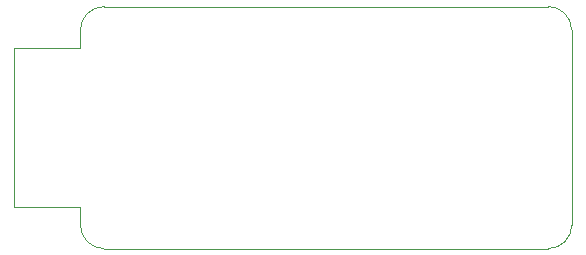
<source format=gbr>
G04 #@! TF.GenerationSoftware,KiCad,Pcbnew,9.0.1*
G04 #@! TF.CreationDate,2025-11-05T13:06:52+03:00*
G04 #@! TF.ProjectId,rpi-cc2652p-uart,7270692d-6363-4323-9635-32702d756172,rev?*
G04 #@! TF.SameCoordinates,Original*
G04 #@! TF.FileFunction,Profile,NP*
%FSLAX46Y46*%
G04 Gerber Fmt 4.6, Leading zero omitted, Abs format (unit mm)*
G04 Created by KiCad (PCBNEW 9.0.1) date 2025-11-05 13:06:52*
%MOMM*%
%LPD*%
G01*
G04 APERTURE LIST*
G04 #@! TA.AperFunction,Profile*
%ADD10C,0.050000*%
G04 #@! TD*
G04 APERTURE END LIST*
D10*
X124901100Y-98253600D02*
X124901100Y-111753600D01*
X172101100Y-113253600D02*
X172101100Y-96753600D01*
X132501100Y-115253600D02*
X170101100Y-115253600D01*
X170101100Y-94753600D02*
G75*
G02*
X172101100Y-96753600I0J-2000000D01*
G01*
X124901100Y-111753600D02*
X130501100Y-111753600D01*
X132501100Y-115253600D02*
G75*
G02*
X130501100Y-113253600I0J2000000D01*
G01*
X130501100Y-111753600D02*
X130501100Y-113253600D01*
X170101100Y-94753600D02*
X132501100Y-94753600D01*
X124901100Y-98253600D02*
X130501100Y-98253600D01*
X130501100Y-98253600D02*
X130501100Y-96753600D01*
X172101100Y-113253600D02*
G75*
G02*
X170101100Y-115253600I-2000000J0D01*
G01*
X130501100Y-96753600D02*
G75*
G02*
X132501100Y-94753600I2000000J0D01*
G01*
M02*

</source>
